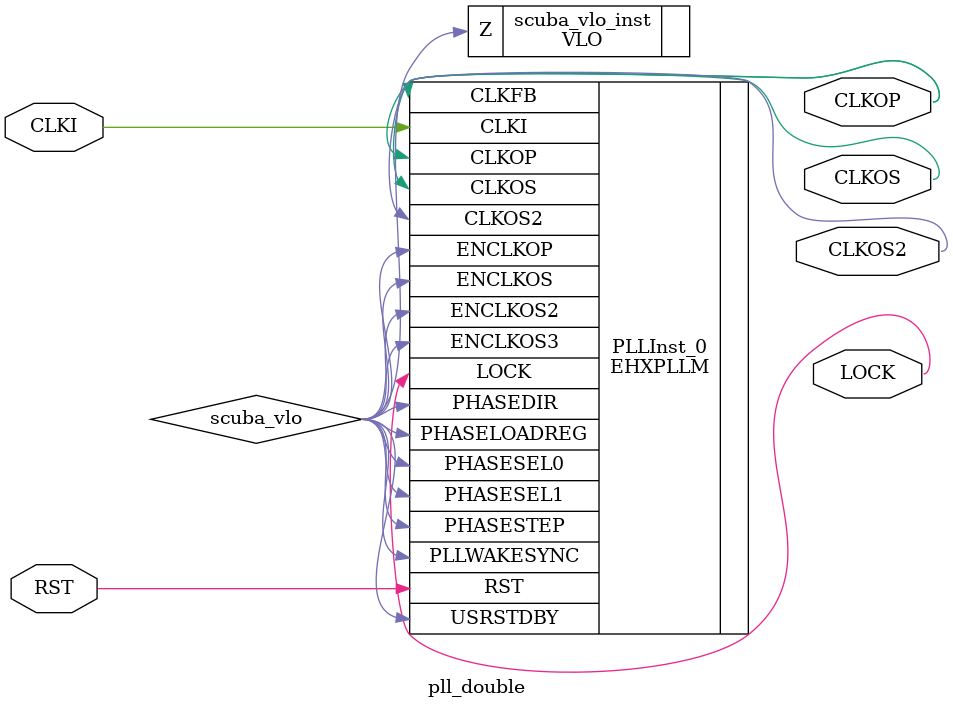
<source format=v>

module pll_double (CLKI, RST, CLKOP, CLKOS, CLKOS2, LOCK) /* synthesis NGD_DRC_MASK=1, syn_module_defined=1 */ ;   // d:/project/crosslink_video_protocol_board/clean/dual_camera_to_parallel_crosslink/source/clarity/dual_camera/pll_double/pll_double.v(8[8:18])
    input CLKI;   // d:/project/crosslink_video_protocol_board/clean/dual_camera_to_parallel_crosslink/source/clarity/dual_camera/pll_double/pll_double.v(9[16:20])
    input RST;   // d:/project/crosslink_video_protocol_board/clean/dual_camera_to_parallel_crosslink/source/clarity/dual_camera/pll_double/pll_double.v(10[16:19])
    output CLKOP;   // d:/project/crosslink_video_protocol_board/clean/dual_camera_to_parallel_crosslink/source/clarity/dual_camera/pll_double/pll_double.v(11[17:22])
    output CLKOS;   // d:/project/crosslink_video_protocol_board/clean/dual_camera_to_parallel_crosslink/source/clarity/dual_camera/pll_double/pll_double.v(12[17:22])
    output CLKOS2;   // d:/project/crosslink_video_protocol_board/clean/dual_camera_to_parallel_crosslink/source/clarity/dual_camera/pll_double/pll_double.v(13[17:23])
    output LOCK;   // d:/project/crosslink_video_protocol_board/clean/dual_camera_to_parallel_crosslink/source/clarity/dual_camera/pll_double/pll_double.v(14[17:21])
    
    wire CLKI /* synthesis is_clock=1 */ ;   // d:/project/crosslink_video_protocol_board/clean/dual_camera_to_parallel_crosslink/source/clarity/dual_camera/pll_double/pll_double.v(9[16:20])
    wire CLKOP /* synthesis is_clock=1 */ ;   // d:/project/crosslink_video_protocol_board/clean/dual_camera_to_parallel_crosslink/source/clarity/dual_camera/pll_double/pll_double.v(11[17:22])
    wire CLKOS /* synthesis is_clock=1 */ ;   // d:/project/crosslink_video_protocol_board/clean/dual_camera_to_parallel_crosslink/source/clarity/dual_camera/pll_double/pll_double.v(12[17:22])
    wire CLKOS2 /* synthesis is_clock=1 */ ;   // d:/project/crosslink_video_protocol_board/clean/dual_camera_to_parallel_crosslink/source/clarity/dual_camera/pll_double/pll_double.v(13[17:23])
    
    wire scuba_vlo, VCC_net;
    
    VLO scuba_vlo_inst (.Z(scuba_vlo));
    EHXPLLM PLLInst_0 (.CLKI(CLKI), .CLKFB(CLKOP), .PHASESEL0(scuba_vlo), 
            .PHASESEL1(scuba_vlo), .PHASEDIR(scuba_vlo), .PHASESTEP(scuba_vlo), 
            .PHASELOADREG(scuba_vlo), .USRSTDBY(scuba_vlo), .PLLWAKESYNC(scuba_vlo), 
            .RST(RST), .ENCLKOP(scuba_vlo), .ENCLKOS(scuba_vlo), .ENCLKOS2(scuba_vlo), 
            .ENCLKOS3(scuba_vlo), .CLKOP(CLKOP), .CLKOS(CLKOS), .CLKOS2(CLKOS2), 
            .LOCK(LOCK)) /* synthesis FREQUENCY_PIN_CLKOS2="90.000000", FREQUENCY_PIN_CLKOS="288.000000", FREQUENCY_PIN_CLKOP="288.000000", FREQUENCY_PIN_CLKI="90.000000", ICP_CURRENT="6", LPF_RESISTOR="16", syn_instantiated=1 */ ;
    defparam PLLInst_0.FIN = "100.0000";
    defparam PLLInst_0.CLKI_DIV = 5;
    defparam PLLInst_0.CLKFB_DIV = 16;
    defparam PLLInst_0.CLKOP_DIV = 3;
    defparam PLLInst_0.CLKOS_DIV = 3;
    defparam PLLInst_0.CLKOS2_DIV = 1;
    defparam PLLInst_0.CLKOS3_DIV = 1;
    defparam PLLInst_0.CLKOP_ENABLE = "ENABLED";
    defparam PLLInst_0.CLKOS_ENABLE = "ENABLED";
    defparam PLLInst_0.CLKOS2_ENABLE = "ENABLED";
    defparam PLLInst_0.CLKOS3_ENABLE = "DISABLED";
    defparam PLLInst_0.CLKOP_CPHASE = 2;
    defparam PLLInst_0.CLKOS_CPHASE = 2;
    defparam PLLInst_0.CLKOS2_CPHASE = 0;
    defparam PLLInst_0.CLKOS3_CPHASE = 0;
    defparam PLLInst_0.CLKOP_FPHASE = 0;
    defparam PLLInst_0.CLKOS_FPHASE = 6;
    defparam PLLInst_0.CLKOS2_FPHASE = 0;
    defparam PLLInst_0.CLKOS3_FPHASE = 0;
    defparam PLLInst_0.FEEDBK_PATH = "CLKOP";
    defparam PLLInst_0.CLKOP_TRIM_POL = "FALLING";
    defparam PLLInst_0.CLKOP_TRIM_DELAY = 0;
    defparam PLLInst_0.CLKOS_TRIM_POL = "FALLING";
    defparam PLLInst_0.CLKOS_TRIM_DELAY = 0;
    defparam PLLInst_0.OUTDIVIDER_MUXA = "DIVA";
    defparam PLLInst_0.OUTDIVIDER_MUXB = "DIVB";
    defparam PLLInst_0.OUTDIVIDER_MUXC = "REFCLK";
    defparam PLLInst_0.OUTDIVIDER_MUXD = "DIVD";
    defparam PLLInst_0.PLL_LOCK_MODE = 0;
    defparam PLLInst_0.PLL_LOCK_DELAY = 200;
    defparam PLLInst_0.REFIN_RESET = "DISABLED";
    defparam PLLInst_0.SYNC_ENABLE = "DISABLED";
    defparam PLLInst_0.INT_LOCK_STICKY = "ENABLED";
    defparam PLLInst_0.DPHASE_SOURCE = "DISABLED";
    defparam PLLInst_0.STDBY_ENABLE = "DISABLED";
    defparam PLLInst_0.PLLRST_ENA = "ENABLED";
    defparam PLLInst_0.INTFB_WAKE = "DISABLED";
    GSR GSR_INST (.GSR(VCC_net));
    PUR PUR_INST (.PUR(VCC_net));
    defparam PUR_INST.RST_PULSE = 1;
    VHI i85 (.Z(VCC_net));
    
endmodule
//
// Verilog Description of module PUR
// module not written out since it is a black-box. 
//


</source>
